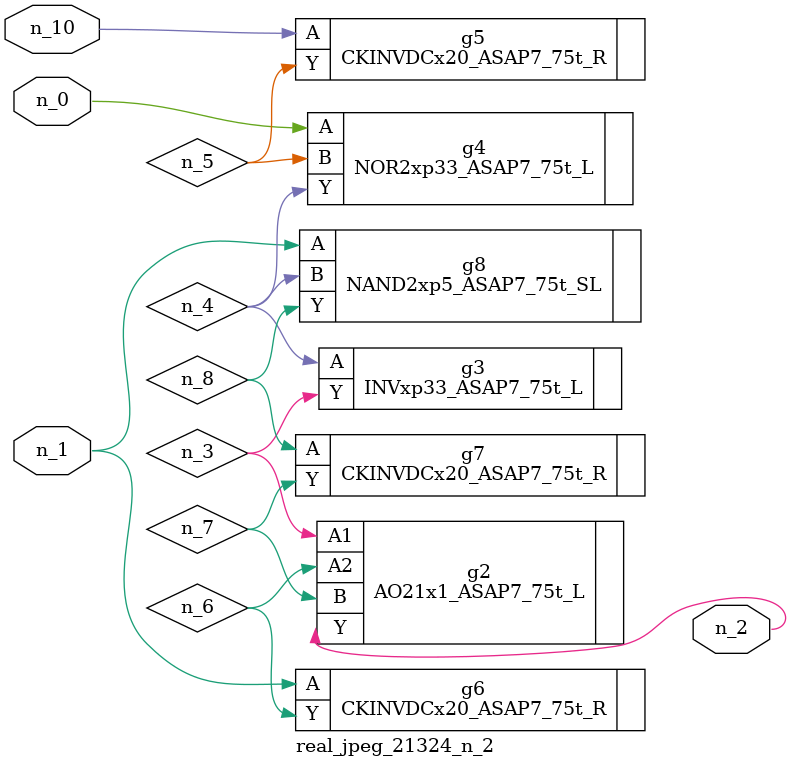
<source format=v>
module real_jpeg_21324_n_2 (n_1, n_10, n_0, n_2);

input n_1;
input n_10;
input n_0;

output n_2;

wire n_5;
wire n_4;
wire n_8;
wire n_6;
wire n_7;
wire n_3;

NOR2xp33_ASAP7_75t_L g4 ( 
.A(n_0),
.B(n_5),
.Y(n_4)
);

CKINVDCx20_ASAP7_75t_R g6 ( 
.A(n_1),
.Y(n_6)
);

NAND2xp5_ASAP7_75t_SL g8 ( 
.A(n_1),
.B(n_4),
.Y(n_8)
);

AO21x1_ASAP7_75t_L g2 ( 
.A1(n_3),
.A2(n_6),
.B(n_7),
.Y(n_2)
);

INVxp33_ASAP7_75t_L g3 ( 
.A(n_4),
.Y(n_3)
);

CKINVDCx20_ASAP7_75t_R g7 ( 
.A(n_8),
.Y(n_7)
);

CKINVDCx20_ASAP7_75t_R g5 ( 
.A(n_10),
.Y(n_5)
);


endmodule
</source>
